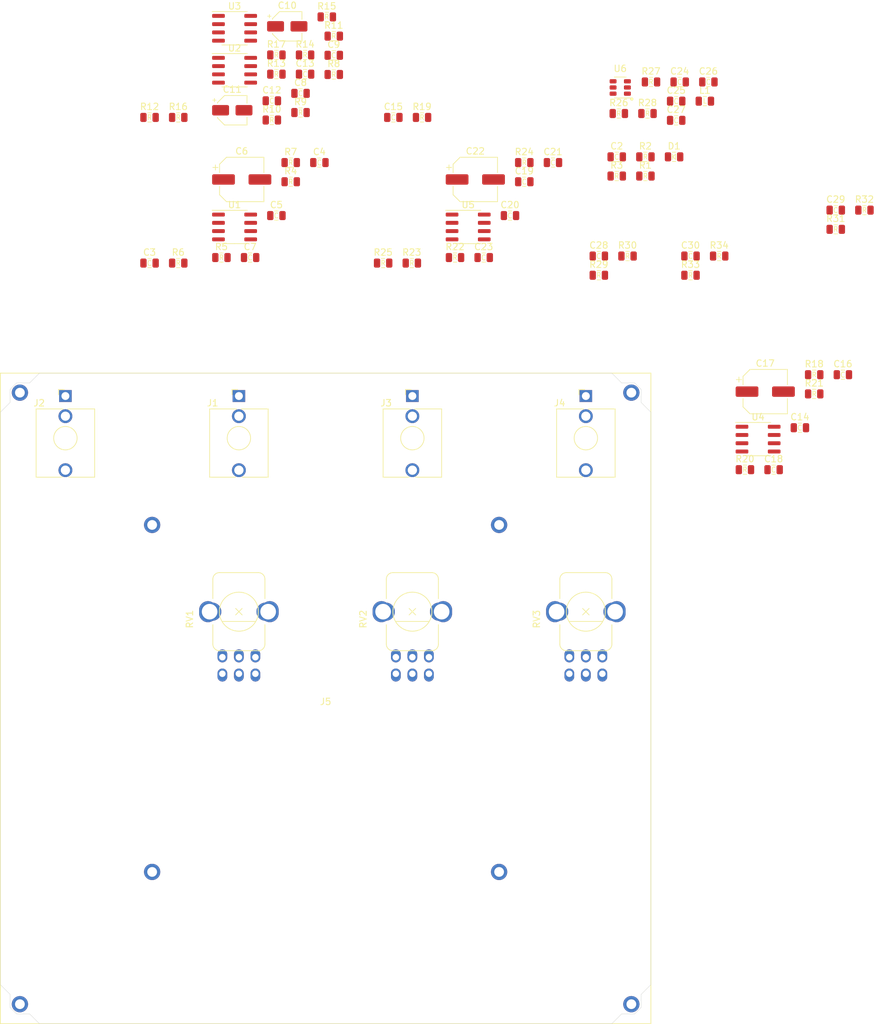
<source format=kicad_pcb>
(kicad_pcb (version 20171130) (host pcbnew "(5.1.6)-1")
  (layers (0 F.Cu signal) (31 B.Cu signal) (34 B.Paste user) (35 F.Paste user) (36 B.SilkS user) (37 F.SilkS user) (38 B.Mask user) (39 F.Mask user) (44 Edge.Cuts user))
  (net 0 "")
  (net 1 GND)
  (net 2 +12V)
  (net 3 "Net-(C3-Pad2)")
  (net 4 "Net-(C3-Pad1)")
  (net 5 "Net-(C4-Pad2)")
  (net 6 "Net-(C4-Pad1)")
  (net 7 "Net-(C8-Pad1)")
  (net 8 "Net-(C9-Pad1)")
  (net 9 "Net-(C14-Pad2)")
  (net 10 "Net-(C14-Pad1)")
  (net 11 "Net-(C15-Pad2)")
  (net 12 "Net-(C15-Pad1)")
  (net 13 "Net-(C19-Pad2)")
  (net 14 "Net-(C19-Pad1)")
  (net 15 "Net-(C20-Pad2)")
  (net 16 "Net-(C20-Pad1)")
  (net 17 /Sheet60078C3F/Vin)
  (net 18 /Sheet60078C3F/Vout)
  (net 19 "Net-(D1-Pad2)")
  (net 20 "Net-(J1-PadT)")
  (net 21 "Net-(C10-Pad2)")
  (net 22 "Net-(C11-Pad2)")
  (net 23 "Net-(J3-PadT)")
  (net 24 "Net-(J4-PadT)")
  (net 25 "Net-(D2-Pad2)")
  (net 26 +5V)
  (net 27 /Sheet5FF09E24/IN_LEFT)
  (net 28 "Net-(R4-Pad1)")
  (net 29 /Sheet5FF09E24/IN_RIGHT)
  (net 30 "Net-(R5-Pad1)")
  (net 31 "Net-(C10-Pad1)")
  (net 32 "Net-(C11-Pad1)")
  (net 33 "Net-(R14-Pad2)")
  (net 34 "Net-(R15-Pad2)")
  (net 35 "Net-(R18-Pad1)")
  (net 36 "Net-(R19-Pad1)")
  (net 37 "Net-(R22-Pad1)")
  (net 38 "Net-(R23-Pad1)")
  (net 39 "Net-(R26-Pad1)")
  (net 40 "Net-(R27-Pad2)")
  (net 41 "Net-(C6-Pad1)")
  (net 42 "Net-(C17-Pad1)")
  (net 43 "Net-(C22-Pad1)")
  (net 44 "Net-(C28-Pad1)")
  (net 45 "Net-(C29-Pad1)")
  (net 46 "Net-(C30-Pad1)")
  (net 47 "Net-(J5-Pad8)")
  (net 48 "Net-(J5-Pad7)")
  (net 49 "Net-(J5-Pad6)")
  (net 50 "Net-(J5-Pad5)")
  (net 51 "Net-(J5-Pad4)")
  (net 52 "Net-(J5-Pad3)")
  (net 53 "Net-(J5-Pad2)")
  (net 54 "Net-(J5-Pad1)")
  (net 55 "Net-(J1-PadR)")
  (net 56 "Net-(J3-PadR)")
  (net 57 "Net-(J4-PadR)")
  (module suku_basics:pot_dual_gang_vertical (layer F.Cu) (at 140.005 86.665)
    (fp_text reference RV3 (at -7.56 1.15 270) (layer F.SilkS))
    (fp_text value 20k)
    (pad 6 thru_hole oval (at 2.54 9.54) (size 1.5 2) (drill 1 (offset 0 0.2)) (layers *.Cu *.Mask) (net 16 "Net-(C20-Pad1)"))
    (pad 4 thru_hole oval (at -2.54 9.54) (size 1.5 2) (drill 1 (offset 0 0.2)) (layers *.Cu *.Mask) (net 38 "Net-(R23-Pad1)"))
    (pad 5 thru_hole oval (at 0 9.54) (size 1.5 2) (drill 1 (offset 0 0.2)) (layers *.Cu *.Mask) (net 15 "Net-(C20-Pad2)"))
    (pad 1 thru_hole oval (at -2.54 7 180) (size 1.5 2) (drill 1 (offset 0 0.2)) (layers *.Cu *.Mask) (net 37 "Net-(R22-Pad1)"))
    (pad "" thru_hole oval (at 4.5 0 180) (size 3.2 2.8) (drill 2.4 (offset 0.2 0)) (layers *.Cu *.Mask))
    (pad 2 thru_hole oval (at 0 7 180) (size 1.5 2) (drill 1 (offset 0 0.2)) (layers *.Cu *.Mask) (net 13 "Net-(C19-Pad2)"))
    (pad 3 thru_hole oval (at 2.54 7 180) (size 1.5 2) (drill 1 (offset 0 0.2)) (layers *.Cu *.Mask) (net 14 "Net-(C19-Pad1)"))
    (pad "" thru_hole oval (at -4.5 0) (size 3.2 2.8) (drill 2.4 (offset 0.2 0)) (layers *.Cu *.Mask))
    (pad "" thru_hole oval (at -4.75 0 180) (size 2.72 3.24) (drill oval 1.1 1.8) (layers *.Cu *.Mask))
    (pad "" thru_hole oval (at 4.75 0 180) (size 2.72 3.24) (drill oval 1.1 1.8) (layers *.Cu *.Mask))
  )
  (module suku_basics:pot_dual_gang_vertical (layer F.Cu) (at 113.335 86.665)
    (fp_text reference RV2 (at -7.56 1.15 270) (layer F.SilkS))
    (fp_text value 20k)
    (pad 6 thru_hole oval (at 2.54 9.54) (size 1.5 2) (drill 1 (offset 0 0.2)) (layers *.Cu *.Mask) (net 12 "Net-(C15-Pad1)"))
    (pad 4 thru_hole oval (at -2.54 9.54) (size 1.5 2) (drill 1 (offset 0 0.2)) (layers *.Cu *.Mask) (net 36 "Net-(R19-Pad1)"))
    (pad 5 thru_hole oval (at 0 9.54) (size 1.5 2) (drill 1 (offset 0 0.2)) (layers *.Cu *.Mask) (net 11 "Net-(C15-Pad2)"))
    (pad 1 thru_hole oval (at -2.54 7 180) (size 1.5 2) (drill 1 (offset 0 0.2)) (layers *.Cu *.Mask) (net 35 "Net-(R18-Pad1)"))
    (pad "" thru_hole oval (at 4.5 0 180) (size 3.2 2.8) (drill 2.4 (offset 0.2 0)) (layers *.Cu *.Mask))
    (pad 2 thru_hole oval (at 0 7 180) (size 1.5 2) (drill 1 (offset 0 0.2)) (layers *.Cu *.Mask) (net 9 "Net-(C14-Pad2)"))
    (pad 3 thru_hole oval (at 2.54 7 180) (size 1.5 2) (drill 1 (offset 0 0.2)) (layers *.Cu *.Mask) (net 10 "Net-(C14-Pad1)"))
    (pad "" thru_hole oval (at -4.5 0) (size 3.2 2.8) (drill 2.4 (offset 0.2 0)) (layers *.Cu *.Mask))
    (pad "" thru_hole oval (at -4.75 0 180) (size 2.72 3.24) (drill oval 1.1 1.8) (layers *.Cu *.Mask))
    (pad "" thru_hole oval (at 4.75 0 180) (size 2.72 3.24) (drill oval 1.1 1.8) (layers *.Cu *.Mask))
  )
  (module suku_basics:pot_dual_gang_vertical (layer F.Cu) (at 86.665 86.665)
    (fp_text reference RV1 (at -7.56 1.15 270) (layer F.SilkS))
    (fp_text value 20k)
    (pad 6 thru_hole oval (at 2.54 9.54) (size 1.5 2) (drill 1 (offset 0 0.2)) (layers *.Cu *.Mask) (net 6 "Net-(C4-Pad1)"))
    (pad 4 thru_hole oval (at -2.54 9.54) (size 1.5 2) (drill 1 (offset 0 0.2)) (layers *.Cu *.Mask) (net 30 "Net-(R5-Pad1)"))
    (pad 5 thru_hole oval (at 0 9.54) (size 1.5 2) (drill 1 (offset 0 0.2)) (layers *.Cu *.Mask) (net 5 "Net-(C4-Pad2)"))
    (pad 1 thru_hole oval (at -2.54 7 180) (size 1.5 2) (drill 1 (offset 0 0.2)) (layers *.Cu *.Mask) (net 28 "Net-(R4-Pad1)"))
    (pad "" thru_hole oval (at 4.5 0 180) (size 3.2 2.8) (drill 2.4 (offset 0.2 0)) (layers *.Cu *.Mask))
    (pad 2 thru_hole oval (at 0 7 180) (size 1.5 2) (drill 1 (offset 0 0.2)) (layers *.Cu *.Mask) (net 3 "Net-(C3-Pad2)"))
    (pad 3 thru_hole oval (at 2.54 7 180) (size 1.5 2) (drill 1 (offset 0 0.2)) (layers *.Cu *.Mask) (net 4 "Net-(C3-Pad1)"))
    (pad "" thru_hole oval (at -4.5 0) (size 3.2 2.8) (drill 2.4 (offset 0.2 0)) (layers *.Cu *.Mask))
    (pad "" thru_hole oval (at -4.75 0 180) (size 2.72 3.24) (drill oval 1.1 1.8) (layers *.Cu *.Mask))
    (pad "" thru_hole oval (at 4.75 0 180) (size 2.72 3.24) (drill oval 1.1 1.8) (layers *.Cu *.Mask))
  )
  (module suku_basics:jack_3.5_vertical_stereo (layer F.Cu) (at 140.005 59.995)
    (fp_text reference J4 (at -4.03 -5.4 180) (layer F.SilkS))
    (fp_text value AudioJack3)
    (pad T thru_hole circle (at 0 4.92 180) (size 2.13 2.13) (drill 1.43) (layers *.Cu *.Mask) (net 24 "Net-(J4-PadT)"))
    (pad S thru_hole rect (at 0 -6.48 180) (size 1.93 1.83) (drill 1.22) (layers *.Cu *.Mask) (net 43 "Net-(C22-Pad1)"))
    (pad R thru_hole circle (at 0 -3.38 180) (size 2.13 2.13) (drill 1.42) (layers *.Cu *.Mask) (net 57 "Net-(J4-PadR)"))
  )
  (module suku_basics:jack_3.5_vertical_stereo (layer F.Cu) (at 113.335 59.995)
    (fp_text reference J3 (at -4.03 -5.4 180) (layer F.SilkS))
    (fp_text value AudioJack3)
    (pad T thru_hole circle (at 0 4.92 180) (size 2.13 2.13) (drill 1.43) (layers *.Cu *.Mask) (net 23 "Net-(J3-PadT)"))
    (pad S thru_hole rect (at 0 -6.48 180) (size 1.93 1.83) (drill 1.22) (layers *.Cu *.Mask) (net 42 "Net-(C17-Pad1)"))
    (pad R thru_hole circle (at 0 -3.38 180) (size 2.13 2.13) (drill 1.42) (layers *.Cu *.Mask) (net 56 "Net-(J3-PadR)"))
  )
  (module suku_basics:jack_3.5_vertical_stereo (layer F.Cu) (at 59.995 59.995)
    (fp_text reference J2 (at -4.03 -5.4 180) (layer F.SilkS))
    (fp_text value AudioJack3)
    (pad T thru_hole circle (at 0 4.92 180) (size 2.13 2.13) (drill 1.43) (layers *.Cu *.Mask) (net 21 "Net-(C10-Pad2)"))
    (pad S thru_hole rect (at 0 -6.48 180) (size 1.93 1.83) (drill 1.22) (layers *.Cu *.Mask) (net 1 GND))
    (pad R thru_hole circle (at 0 -3.38 180) (size 2.13 2.13) (drill 1.42) (layers *.Cu *.Mask) (net 22 "Net-(C11-Pad2)"))
  )
  (module suku_basics:jack_3.5_vertical_stereo (layer F.Cu) (at 86.665 59.995)
    (fp_text reference J1 (at -4.03 -5.4 180) (layer F.SilkS))
    (fp_text value AudioJack3)
    (pad T thru_hole circle (at 0 4.92 180) (size 2.13 2.13) (drill 1.43) (layers *.Cu *.Mask) (net 20 "Net-(J1-PadT)"))
    (pad S thru_hole rect (at 0 -6.48 180) (size 1.93 1.83) (drill 1.22) (layers *.Cu *.Mask) (net 41 "Net-(C6-Pad1)"))
    (pad R thru_hole circle (at 0 -3.38 180) (size 2.13 2.13) (drill 1.42) (layers *.Cu *.Mask) (net 55 "Net-(J1-PadR)"))
  )
  (module suku_basics:RES_0805 (layer F.Cu) (at 160.5 32)
    (fp_text reference R34 (at 0 -1.65) (layer F.SilkS))
    (fp_text value 100k)
    (pad 2 smd roundrect (at 0.9375 0) (size 0.975 1.4) (layers F.Cu F.Paste F.Mask) (net 46 "Net-(C30-Pad1)"))
    (pad 1 smd roundrect (at -0.9375 0) (size 0.975 1.4) (layers F.Cu F.Paste F.Mask) (net 1 GND))
  )
  (module suku_basics:RES_0805 (layer F.Cu) (at 156.09 34.95)
    (fp_text reference R33 (at 0 -1.65) (layer F.SilkS))
    (fp_text value 100k)
    (pad 2 smd roundrect (at 0.9375 0) (size 0.975 1.4) (layers F.Cu F.Paste F.Mask) (net 2 +12V))
    (pad 1 smd roundrect (at -0.9375 0) (size 0.975 1.4) (layers F.Cu F.Paste F.Mask) (net 46 "Net-(C30-Pad1)"))
  )
  (module suku_basics:RES_0805 (layer F.Cu) (at 182.83 24.94)
    (fp_text reference R32 (at 0 -1.65) (layer F.SilkS))
    (fp_text value 100k)
    (pad 2 smd roundrect (at 0.9375 0) (size 0.975 1.4) (layers F.Cu F.Paste F.Mask) (net 45 "Net-(C29-Pad1)"))
    (pad 1 smd roundrect (at -0.9375 0) (size 0.975 1.4) (layers F.Cu F.Paste F.Mask) (net 1 GND))
  )
  (module suku_basics:RES_0805 (layer F.Cu) (at 178.42 27.89)
    (fp_text reference R31 (at 0 -1.65) (layer F.SilkS))
    (fp_text value 100k)
    (pad 2 smd roundrect (at 0.9375 0) (size 0.975 1.4) (layers F.Cu F.Paste F.Mask) (net 2 +12V))
    (pad 1 smd roundrect (at -0.9375 0) (size 0.975 1.4) (layers F.Cu F.Paste F.Mask) (net 45 "Net-(C29-Pad1)"))
  )
  (module suku_basics:RES_0805 (layer F.Cu) (at 146.41 32)
    (fp_text reference R30 (at 0 -1.65) (layer F.SilkS))
    (fp_text value 100k)
    (pad 2 smd roundrect (at 0.9375 0) (size 0.975 1.4) (layers F.Cu F.Paste F.Mask) (net 44 "Net-(C28-Pad1)"))
    (pad 1 smd roundrect (at -0.9375 0) (size 0.975 1.4) (layers F.Cu F.Paste F.Mask) (net 1 GND))
  )
  (module suku_basics:RES_0805 (layer F.Cu) (at 142 34.95)
    (fp_text reference R29 (at 0 -1.65) (layer F.SilkS))
    (fp_text value 100k)
    (pad 2 smd roundrect (at 0.9375 0) (size 0.975 1.4) (layers F.Cu F.Paste F.Mask) (net 2 +12V))
    (pad 1 smd roundrect (at -0.9375 0) (size 0.975 1.4) (layers F.Cu F.Paste F.Mask) (net 44 "Net-(C28-Pad1)"))
  )
  (module suku_basics:grid_outline (layer F.Cu) (at 100 100)
    (fp_text reference J5 (at 0 0.5) (layer F.SilkS))
    (fp_text value Conn_01x08)
    (pad 8 thru_hole circle (at -26.67 26.67) (size 2.5 2.5) (drill 1.5) (layers *.Cu *.Mask) (net 47 "Net-(J5-Pad8)"))
    (pad 7 thru_hole circle (at 26.67 26.67) (size 2.5 2.5) (drill 1.5) (layers *.Cu *.Mask) (net 48 "Net-(J5-Pad7)"))
    (pad 6 thru_hole circle (at 26.67 -26.67) (size 2.5 2.5) (drill 1.5) (layers *.Cu *.Mask) (net 49 "Net-(J5-Pad6)"))
    (pad 5 thru_hole circle (at -26.67 -26.67) (size 2.5 2.5) (drill 1.5) (layers *.Cu *.Mask) (net 50 "Net-(J5-Pad5)"))
    (pad 4 thru_hole circle (at -47 47) (size 2.5 2.5) (drill 1.5) (layers *.Cu *.Mask) (net 51 "Net-(J5-Pad4)"))
    (pad 3 thru_hole circle (at 47 47) (size 2.5 2.5) (drill 1.5) (layers *.Cu *.Mask) (net 52 "Net-(J5-Pad3)"))
    (pad 2 thru_hole circle (at 47 -47) (size 2.5 2.5) (drill 1.5) (layers *.Cu *.Mask) (net 53 "Net-(J5-Pad2)"))
    (pad 1 thru_hole circle (at -47 -47) (size 2.5 2.5) (drill 1.5) (layers *.Cu *.Mask) (net 54 "Net-(J5-Pad1)"))
  )
  (module suku_basics:CAP_0805 (layer F.Cu) (at 156.09 32)
    (fp_text reference C30 (at 0 -1.65) (layer F.SilkS))
    (fp_text value 10u)
    (pad 2 smd roundrect (at 0.9375 0) (size 0.975 1.4) (layers F.Cu F.Paste F.Mask) (net 1 GND))
    (pad 1 smd roundrect (at -0.9375 0) (size 0.975 1.4) (layers F.Cu F.Paste F.Mask) (net 46 "Net-(C30-Pad1)"))
  )
  (module suku_basics:CAP_0805 (layer F.Cu) (at 178.42 24.94)
    (fp_text reference C29 (at 0 -1.65) (layer F.SilkS))
    (fp_text value 10u)
    (pad 2 smd roundrect (at 0.9375 0) (size 0.975 1.4) (layers F.Cu F.Paste F.Mask) (net 1 GND))
    (pad 1 smd roundrect (at -0.9375 0) (size 0.975 1.4) (layers F.Cu F.Paste F.Mask) (net 45 "Net-(C29-Pad1)"))
  )
  (module suku_basics:CAP_0805 (layer F.Cu) (at 142 32)
    (fp_text reference C28 (at 0 -1.65) (layer F.SilkS))
    (fp_text value 10u)
    (pad 2 smd roundrect (at 0.9375 0) (size 0.975 1.4) (layers F.Cu F.Paste F.Mask) (net 1 GND))
    (pad 1 smd roundrect (at -0.9375 0) (size 0.975 1.4) (layers F.Cu F.Paste F.Mask) (net 44 "Net-(C28-Pad1)"))
  )
  (module suku_basics:SOT-23-6 (layer F.Cu) (at 145.29 6.09)
    (fp_text reference U6 (at 0 -2.9) (layer F.SilkS))
    (fp_text value FP6291)
    (pad 5 smd roundrect (at -1.1 0 180) (size 1.06 0.65) (layers F.Cu F.Paste F.Mask) (net 17 /Sheet60078C3F/Vin))
    (pad 6 smd roundrect (at -1.1 0.95 180) (size 1.06 0.65) (layers F.Cu F.Paste F.Mask) (net 39 "Net-(R26-Pad1)"))
    (pad 4 smd roundrect (at -1.1 -0.95 180) (size 1.06 0.65) (layers F.Cu F.Paste F.Mask) (net 17 /Sheet60078C3F/Vin))
    (pad 3 smd roundrect (at 1.1 -0.95 180) (size 1.06 0.65) (layers F.Cu F.Paste F.Mask) (net 40 "Net-(R27-Pad2)"))
    (pad 2 smd roundrect (at 1.1 0 180) (size 1.06 0.65) (layers F.Cu F.Paste F.Mask) (net 1 GND))
    (pad 1 smd roundrect (at 1.1 0.95 180) (size 1.06 0.65) (layers F.Cu F.Paste F.Mask) (net 25 "Net-(D2-Pad2)"))
  )
  (module Package_SO:SOIC-8_3.9x4.9mm_P1.27mm (layer F.Cu) (at 121.91 27.53)
    (fp_text reference U5 (at 0 -3.4) (layer F.SilkS))
    (fp_text value NJM4556A)
    (pad 8 smd roundrect (at 2.475 -1.905) (size 1.95 0.6) (layers F.Cu F.Paste F.Mask))
    (pad 7 smd roundrect (at 2.475 -0.635) (size 1.95 0.6) (layers F.Cu F.Paste F.Mask))
    (pad 6 smd roundrect (at 2.475 0.635) (size 1.95 0.6) (layers F.Cu F.Paste F.Mask))
    (pad 5 smd roundrect (at 2.475 1.905) (size 1.95 0.6) (layers F.Cu F.Paste F.Mask))
    (pad 4 smd roundrect (at -2.475 1.905) (size 1.95 0.6) (layers F.Cu F.Paste F.Mask))
    (pad 3 smd roundrect (at -2.475 0.635) (size 1.95 0.6) (layers F.Cu F.Paste F.Mask) (net 46 "Net-(C30-Pad1)"))
    (pad 2 smd roundrect (at -2.475 -0.635) (size 1.95 0.6) (layers F.Cu F.Paste F.Mask) (net 13 "Net-(C19-Pad2)"))
    (pad 1 smd roundrect (at -2.475 -1.905) (size 1.95 0.6) (layers F.Cu F.Paste F.Mask) (net 14 "Net-(C19-Pad1)"))
  )
  (module Package_SO:SOIC-8_3.9x4.9mm_P1.27mm (layer F.Cu) (at 166.48 60.14)
    (fp_text reference U4 (at 0 -3.4) (layer F.SilkS))
    (fp_text value NJM4556A)
    (pad 8 smd roundrect (at 2.475 -1.905) (size 1.95 0.6) (layers F.Cu F.Paste F.Mask) (net 2 +12V))
    (pad 7 smd roundrect (at 2.475 -0.635) (size 1.95 0.6) (layers F.Cu F.Paste F.Mask))
    (pad 6 smd roundrect (at 2.475 0.635) (size 1.95 0.6) (layers F.Cu F.Paste F.Mask))
    (pad 5 smd roundrect (at 2.475 1.905) (size 1.95 0.6) (layers F.Cu F.Paste F.Mask))
    (pad 4 smd roundrect (at -2.475 1.905) (size 1.95 0.6) (layers F.Cu F.Paste F.Mask) (net 1 GND))
    (pad 3 smd roundrect (at -2.475 0.635) (size 1.95 0.6) (layers F.Cu F.Paste F.Mask) (net 45 "Net-(C29-Pad1)"))
    (pad 2 smd roundrect (at -2.475 -0.635) (size 1.95 0.6) (layers F.Cu F.Paste F.Mask) (net 9 "Net-(C14-Pad2)"))
    (pad 1 smd roundrect (at -2.475 -1.905) (size 1.95 0.6) (layers F.Cu F.Paste F.Mask) (net 10 "Net-(C14-Pad1)"))
  )
  (module Package_SO:SOIC-8_3.9x4.9mm_P1.27mm (layer F.Cu) (at 86 -3.01)
    (fp_text reference U3 (at 0 -3.4) (layer F.SilkS))
    (fp_text value NJM4556A)
    (pad 8 smd roundrect (at 2.475 -1.905) (size 1.95 0.6) (layers F.Cu F.Paste F.Mask) (net 2 +12V))
    (pad 7 smd roundrect (at 2.475 -0.635) (size 1.95 0.6) (layers F.Cu F.Paste F.Mask) (net 16 "Net-(C20-Pad1)"))
    (pad 6 smd roundrect (at 2.475 0.635) (size 1.95 0.6) (layers F.Cu F.Paste F.Mask) (net 15 "Net-(C20-Pad2)"))
    (pad 5 smd roundrect (at 2.475 1.905) (size 1.95 0.6) (layers F.Cu F.Paste F.Mask) (net 46 "Net-(C30-Pad1)"))
    (pad 4 smd roundrect (at -2.475 1.905) (size 1.95 0.6) (layers F.Cu F.Paste F.Mask) (net 1 GND))
    (pad 3 smd roundrect (at -2.475 0.635) (size 1.95 0.6) (layers F.Cu F.Paste F.Mask) (net 32 "Net-(C11-Pad1)"))
    (pad 2 smd roundrect (at -2.475 -0.635) (size 1.95 0.6) (layers F.Cu F.Paste F.Mask) (net 34 "Net-(R15-Pad2)"))
    (pad 1 smd roundrect (at -2.475 -1.905) (size 1.95 0.6) (layers F.Cu F.Paste F.Mask) (net 29 /Sheet5FF09E24/IN_RIGHT))
  )
  (module Package_SO:SOIC-8_3.9x4.9mm_P1.27mm (layer F.Cu) (at 86 3.44)
    (fp_text reference U2 (at 0 -3.4) (layer F.SilkS))
    (fp_text value NJM4556A)
    (pad 8 smd roundrect (at 2.475 -1.905) (size 1.95 0.6) (layers F.Cu F.Paste F.Mask) (net 2 +12V))
    (pad 7 smd roundrect (at 2.475 -0.635) (size 1.95 0.6) (layers F.Cu F.Paste F.Mask) (net 12 "Net-(C15-Pad1)"))
    (pad 6 smd roundrect (at 2.475 0.635) (size 1.95 0.6) (layers F.Cu F.Paste F.Mask) (net 11 "Net-(C15-Pad2)"))
    (pad 5 smd roundrect (at 2.475 1.905) (size 1.95 0.6) (layers F.Cu F.Paste F.Mask) (net 45 "Net-(C29-Pad1)"))
    (pad 4 smd roundrect (at -2.475 1.905) (size 1.95 0.6) (layers F.Cu F.Paste F.Mask) (net 1 GND))
    (pad 3 smd roundrect (at -2.475 0.635) (size 1.95 0.6) (layers F.Cu F.Paste F.Mask) (net 31 "Net-(C10-Pad1)"))
    (pad 2 smd roundrect (at -2.475 -0.635) (size 1.95 0.6) (layers F.Cu F.Paste F.Mask) (net 33 "Net-(R14-Pad2)"))
    (pad 1 smd roundrect (at -2.475 -1.905) (size 1.95 0.6) (layers F.Cu F.Paste F.Mask) (net 27 /Sheet5FF09E24/IN_LEFT))
  )
  (module Package_SO:SOIC-8_3.9x4.9mm_P1.27mm (layer F.Cu) (at 86 27.53)
    (fp_text reference U1 (at 0 -3.4) (layer F.SilkS))
    (fp_text value NJM4556A)
    (pad 8 smd roundrect (at 2.475 -1.905) (size 1.95 0.6) (layers F.Cu F.Paste F.Mask) (net 2 +12V))
    (pad 7 smd roundrect (at 2.475 -0.635) (size 1.95 0.6) (layers F.Cu F.Paste F.Mask) (net 6 "Net-(C4-Pad1)"))
    (pad 6 smd roundrect (at 2.475 0.635) (size 1.95 0.6) (layers F.Cu F.Paste F.Mask) (net 5 "Net-(C4-Pad2)"))
    (pad 5 smd roundrect (at 2.475 1.905) (size 1.95 0.6) (layers F.Cu F.Paste F.Mask) (net 44 "Net-(C28-Pad1)"))
    (pad 4 smd roundrect (at -2.475 1.905) (size 1.95 0.6) (layers F.Cu F.Paste F.Mask) (net 1 GND))
    (pad 3 smd roundrect (at -2.475 0.635) (size 1.95 0.6) (layers F.Cu F.Paste F.Mask) (net 44 "Net-(C28-Pad1)"))
    (pad 2 smd roundrect (at -2.475 -0.635) (size 1.95 0.6) (layers F.Cu F.Paste F.Mask) (net 3 "Net-(C3-Pad2)"))
    (pad 1 smd roundrect (at -2.475 -1.905) (size 1.95 0.6) (layers F.Cu F.Paste F.Mask) (net 4 "Net-(C3-Pad1)"))
  )
  (module suku_basics:RES_0805 (layer F.Cu) (at 149.48 10.09)
    (fp_text reference R28 (at 0 -1.65) (layer F.SilkS))
    (fp_text value 5.1k)
    (pad 2 smd roundrect (at 0.9375 0) (size 0.975 1.4) (layers F.Cu F.Paste F.Mask) (net 40 "Net-(R27-Pad2)"))
    (pad 1 smd roundrect (at -0.9375 0) (size 0.975 1.4) (layers F.Cu F.Paste F.Mask) (net 1 GND))
  )
  (module suku_basics:RES_0805 (layer F.Cu) (at 150.02 5.24)
    (fp_text reference R27 (at 0 -1.65) (layer F.SilkS))
    (fp_text value 100k)
    (pad 2 smd roundrect (at 0.9375 0) (size 0.975 1.4) (layers F.Cu F.Paste F.Mask) (net 40 "Net-(R27-Pad2)"))
    (pad 1 smd roundrect (at -0.9375 0) (size 0.975 1.4) (layers F.Cu F.Paste F.Mask) (net 18 /Sheet60078C3F/Vout))
  )
  (module suku_basics:RES_0805 (layer F.Cu) (at 145.07 10.09)
    (fp_text reference R26 (at 0 -1.65) (layer F.SilkS))
    (fp_text value 10k)
    (pad 2 smd roundrect (at 0.9375 0) (size 0.975 1.4) (layers F.Cu F.Paste F.Mask) (net 1 GND))
    (pad 1 smd roundrect (at -0.9375 0) (size 0.975 1.4) (layers F.Cu F.Paste F.Mask) (net 39 "Net-(R26-Pad1)"))
  )
  (module suku_basics:RES_0805 (layer F.Cu) (at 108.84 33.08)
    (fp_text reference R25 (at 0 -1.65) (layer F.SilkS))
    (fp_text value 47R)
    (pad 2 smd roundrect (at 0.9375 0) (size 0.975 1.4) (layers F.Cu F.Paste F.Mask) (net 16 "Net-(C20-Pad1)"))
    (pad 1 smd roundrect (at -0.9375 0) (size 0.975 1.4) (layers F.Cu F.Paste F.Mask) (net 57 "Net-(J4-PadR)"))
  )
  (module suku_basics:RES_0805 (layer F.Cu) (at 130.54 17.63)
    (fp_text reference R24 (at 0 -1.65) (layer F.SilkS))
    (fp_text value 47R)
    (pad 2 smd roundrect (at 0.9375 0) (size 0.975 1.4) (layers F.Cu F.Paste F.Mask) (net 14 "Net-(C19-Pad1)"))
    (pad 1 smd roundrect (at -0.9375 0) (size 0.975 1.4) (layers F.Cu F.Paste F.Mask) (net 24 "Net-(J4-PadT)"))
  )
  (module suku_basics:RES_0805 (layer F.Cu) (at 113.25 33.08)
    (fp_text reference R23 (at 0 -1.65) (layer F.SilkS))
    (fp_text value 10k)
    (pad 2 smd roundrect (at 0.9375 0) (size 0.975 1.4) (layers F.Cu F.Paste F.Mask) (net 29 /Sheet5FF09E24/IN_RIGHT))
    (pad 1 smd roundrect (at -0.9375 0) (size 0.975 1.4) (layers F.Cu F.Paste F.Mask) (net 38 "Net-(R23-Pad1)"))
  )
  (module suku_basics:RES_0805 (layer F.Cu) (at 119.89 32.23)
    (fp_text reference R22 (at 0 -1.65) (layer F.SilkS))
    (fp_text value 10k)
    (pad 2 smd roundrect (at 0.9375 0) (size 0.975 1.4) (layers F.Cu F.Paste F.Mask) (net 27 /Sheet5FF09E24/IN_LEFT))
    (pad 1 smd roundrect (at -0.9375 0) (size 0.975 1.4) (layers F.Cu F.Paste F.Mask) (net 37 "Net-(R22-Pad1)"))
  )
  (module suku_basics:RES_0805 (layer F.Cu) (at 175.11 53.19)
    (fp_text reference R21 (at 0 -1.65) (layer F.SilkS))
    (fp_text value 47R)
    (pad 2 smd roundrect (at 0.9375 0) (size 0.975 1.4) (layers F.Cu F.Paste F.Mask) (net 12 "Net-(C15-Pad1)"))
    (pad 1 smd roundrect (at -0.9375 0) (size 0.975 1.4) (layers F.Cu F.Paste F.Mask) (net 56 "Net-(J3-PadR)"))
  )
  (module suku_basics:RES_0805 (layer F.Cu) (at 164.46 64.84)
    (fp_text reference R20 (at 0 -1.65) (layer F.SilkS))
    (fp_text value 47R)
    (pad 2 smd roundrect (at 0.9375 0) (size 0.975 1.4) (layers F.Cu F.Paste F.Mask) (net 10 "Net-(C14-Pad1)"))
    (pad 1 smd roundrect (at -0.9375 0) (size 0.975 1.4) (layers F.Cu F.Paste F.Mask) (net 23 "Net-(J3-PadT)"))
  )
  (module suku_basics:RES_0805 (layer F.Cu) (at 114.82 10.69)
    (fp_text reference R19 (at 0 -1.65) (layer F.SilkS))
    (fp_text value 10k)
    (pad 2 smd roundrect (at 0.9375 0) (size 0.975 1.4) (layers F.Cu F.Paste F.Mask) (net 29 /Sheet5FF09E24/IN_RIGHT))
    (pad 1 smd roundrect (at -0.9375 0) (size 0.975 1.4) (layers F.Cu F.Paste F.Mask) (net 36 "Net-(R19-Pad1)"))
  )
  (module suku_basics:RES_0805 (layer F.Cu) (at 175.11 50.24)
    (fp_text reference R18 (at 0 -1.65) (layer F.SilkS))
    (fp_text value 10k)
    (pad 2 smd roundrect (at 0.9375 0) (size 0.975 1.4) (layers F.Cu F.Paste F.Mask) (net 27 /Sheet5FF09E24/IN_LEFT))
    (pad 1 smd roundrect (at -0.9375 0) (size 0.975 1.4) (layers F.Cu F.Paste F.Mask) (net 35 "Net-(R18-Pad1)"))
  )
  (module suku_basics:RES_0805 (layer F.Cu) (at 92.43 1.09)
    (fp_text reference R17 (at 0 -1.65) (layer F.SilkS))
    (fp_text value 0R)
    (pad 2 smd roundrect (at 0.9375 0) (size 0.975 1.4) (layers F.Cu F.Paste F.Mask) (net 34 "Net-(R15-Pad2)"))
    (pad 1 smd roundrect (at -0.9375 0) (size 0.975 1.4) (layers F.Cu F.Paste F.Mask) (net 29 /Sheet5FF09E24/IN_RIGHT))
  )
  (module suku_basics:RES_0805 (layer F.Cu) (at 77.34 10.69)
    (fp_text reference R16 (at 0 -1.65) (layer F.SilkS))
    (fp_text value 0R)
    (pad 2 smd roundrect (at 0.9375 0) (size 0.975 1.4) (layers F.Cu F.Paste F.Mask) (net 33 "Net-(R14-Pad2)"))
    (pad 1 smd roundrect (at -0.9375 0) (size 0.975 1.4) (layers F.Cu F.Paste F.Mask) (net 27 /Sheet5FF09E24/IN_LEFT))
  )
  (module suku_basics:RES_0805 (layer F.Cu) (at 100.18 -4.76)
    (fp_text reference R15 (at 0 -1.65) (layer F.SilkS))
    (fp_text value 100k)
    (pad 2 smd roundrect (at 0.9375 0) (size 0.975 1.4) (layers F.Cu F.Paste F.Mask) (net 34 "Net-(R15-Pad2)"))
    (pad 1 smd roundrect (at -0.9375 0) (size 0.975 1.4) (layers F.Cu F.Paste F.Mask) (net 8 "Net-(C9-Pad1)"))
  )
  (module suku_basics:RES_0805 (layer F.Cu) (at 96.84 1.09)
    (fp_text reference R14 (at 0 -1.65) (layer F.SilkS))
    (fp_text value 100k)
    (pad 2 smd roundrect (at 0.9375 0) (size 0.975 1.4) (layers F.Cu F.Paste F.Mask) (net 33 "Net-(R14-Pad2)"))
    (pad 1 smd roundrect (at -0.9375 0) (size 0.975 1.4) (layers F.Cu F.Paste F.Mask) (net 7 "Net-(C8-Pad1)"))
  )
  (module suku_basics:RES_0805 (layer F.Cu) (at 92.43 4.04)
    (fp_text reference R13 (at 0 -1.65) (layer F.SilkS))
    (fp_text value 100k)
    (pad 2 smd roundrect (at 0.9375 0) (size 0.975 1.4) (layers F.Cu F.Paste F.Mask) (net 8 "Net-(C9-Pad1)"))
    (pad 1 smd roundrect (at -0.9375 0) (size 0.975 1.4) (layers F.Cu F.Paste F.Mask) (net 32 "Net-(C11-Pad1)"))
  )
  (module suku_basics:RES_0805 (layer F.Cu) (at 72.93 10.69)
    (fp_text reference R12 (at 0 -1.65) (layer F.SilkS))
    (fp_text value 100k)
    (pad 2 smd roundrect (at 0.9375 0) (size 0.975 1.4) (layers F.Cu F.Paste F.Mask) (net 7 "Net-(C8-Pad1)"))
    (pad 1 smd roundrect (at -0.9375 0) (size 0.975 1.4) (layers F.Cu F.Paste F.Mask) (net 31 "Net-(C10-Pad1)"))
  )
  (module suku_basics:RES_0805 (layer F.Cu) (at 101.25 -1.81)
    (fp_text reference R11 (at 0 -1.65) (layer F.SilkS))
    (fp_text value 100k)
    (pad 2 smd roundrect (at 0.9375 0) (size 0.975 1.4) (layers F.Cu F.Paste F.Mask) (net 8 "Net-(C9-Pad1)"))
    (pad 1 smd roundrect (at -0.9375 0) (size 0.975 1.4) (layers F.Cu F.Paste F.Mask) (net 1 GND))
  )
  (module suku_basics:RES_0805 (layer F.Cu) (at 91.73 11.09)
    (fp_text reference R10 (at 0 -1.65) (layer F.SilkS))
    (fp_text value 100k)
    (pad 2 smd roundrect (at 0.9375 0) (size 0.975 1.4) (layers F.Cu F.Paste F.Mask) (net 2 +12V))
    (pad 1 smd roundrect (at -0.9375 0) (size 0.975 1.4) (layers F.Cu F.Paste F.Mask) (net 8 "Net-(C9-Pad1)"))
  )
  (module suku_basics:RES_0805 (layer F.Cu) (at 96.14 9.94)
    (fp_text reference R9 (at 0 -1.65) (layer F.SilkS))
    (fp_text value 100k)
    (pad 2 smd roundrect (at 0.9375 0) (size 0.975 1.4) (layers F.Cu F.Paste F.Mask) (net 7 "Net-(C8-Pad1)"))
    (pad 1 smd roundrect (at -0.9375 0) (size 0.975 1.4) (layers F.Cu F.Paste F.Mask) (net 1 GND))
  )
  (module suku_basics:RES_0805 (layer F.Cu) (at 101.25 4.09)
    (fp_text reference R8 (at 0 -1.65) (layer F.SilkS))
    (fp_text value 100k)
    (pad 2 smd roundrect (at 0.9375 0) (size 0.975 1.4) (layers F.Cu F.Paste F.Mask) (net 2 +12V))
    (pad 1 smd roundrect (at -0.9375 0) (size 0.975 1.4) (layers F.Cu F.Paste F.Mask) (net 7 "Net-(C8-Pad1)"))
  )
  (module suku_basics:RES_0805 (layer F.Cu) (at 94.63 17.63)
    (fp_text reference R7 (at 0 -1.65) (layer F.SilkS))
    (fp_text value 47R)
    (pad 2 smd roundrect (at 0.9375 0) (size 0.975 1.4) (layers F.Cu F.Paste F.Mask) (net 6 "Net-(C4-Pad1)"))
    (pad 1 smd roundrect (at -0.9375 0) (size 0.975 1.4) (layers F.Cu F.Paste F.Mask) (net 55 "Net-(J1-PadR)"))
  )
  (module suku_basics:RES_0805 (layer F.Cu) (at 77.34 33.08)
    (fp_text reference R6 (at 0 -1.65) (layer F.SilkS))
    (fp_text value 47R)
    (pad 2 smd roundrect (at 0.9375 0) (size 0.975 1.4) (layers F.Cu F.Paste F.Mask) (net 4 "Net-(C3-Pad1)"))
    (pad 1 smd roundrect (at -0.9375 0) (size 0.975 1.4) (layers F.Cu F.Paste F.Mask) (net 20 "Net-(J1-PadT)"))
  )
  (module suku_basics:RES_0805 (layer F.Cu) (at 83.98 32.23)
    (fp_text reference R5 (at 0 -1.65) (layer F.SilkS))
    (fp_text value 10k)
    (pad 2 smd roundrect (at 0.9375 0) (size 0.975 1.4) (layers F.Cu F.Paste F.Mask) (net 29 /Sheet5FF09E24/IN_RIGHT))
    (pad 1 smd roundrect (at -0.9375 0) (size 0.975 1.4) (layers F.Cu F.Paste F.Mask) (net 30 "Net-(R5-Pad1)"))
  )
  (module suku_basics:RES_0805 (layer F.Cu) (at 94.63 20.58)
    (fp_text reference R4 (at 0 -1.65) (layer F.SilkS))
    (fp_text value 10k)
    (pad 2 smd roundrect (at 0.9375 0) (size 0.975 1.4) (layers F.Cu F.Paste F.Mask) (net 27 /Sheet5FF09E24/IN_LEFT))
    (pad 1 smd roundrect (at -0.9375 0) (size 0.975 1.4) (layers F.Cu F.Paste F.Mask) (net 28 "Net-(R4-Pad1)"))
  )
  (module suku_basics:RES_0805 (layer F.Cu) (at 144.75 19.7)
    (fp_text reference R3 (at 0 -1.65) (layer F.SilkS))
    (fp_text value 22k)
    (pad 2 smd roundrect (at 0.9375 0) (size 0.975 1.4) (layers F.Cu F.Paste F.Mask) (net 19 "Net-(D1-Pad2)"))
    (pad 1 smd roundrect (at -0.9375 0) (size 0.975 1.4) (layers F.Cu F.Paste F.Mask) (net 2 +12V))
  )
  (module suku_basics:RES_0805 (layer F.Cu) (at 149.16 16.75)
    (fp_text reference R2 (at 0 -1.65) (layer F.SilkS))
    (fp_text value 0R)
    (pad 2 smd roundrect (at 0.9375 0) (size 0.975 1.4) (layers F.Cu F.Paste F.Mask) (net 18 /Sheet60078C3F/Vout))
    (pad 1 smd roundrect (at -0.9375 0) (size 0.975 1.4) (layers F.Cu F.Paste F.Mask) (net 2 +12V))
  )
  (module suku_basics:RES_0805 (layer F.Cu) (at 149.16 19.7)
    (fp_text reference R1 (at 0 -1.65) (layer F.SilkS))
    (fp_text value 0R)
    (pad 2 smd roundrect (at 0.9375 0) (size 0.975 1.4) (layers F.Cu F.Paste F.Mask) (net 26 +5V))
    (pad 1 smd roundrect (at -0.9375 0) (size 0.975 1.4) (layers F.Cu F.Paste F.Mask) (net 17 /Sheet60078C3F/Vin))
  )
  (module suku_basics:IND_0805 (layer F.Cu) (at 158.3 8.19)
    (fp_text reference L1 (at 0 -1.65) (layer F.SilkS))
    (fp_text value 3.3uH)
    (pad 2 smd roundrect (at 0.9375 0) (size 0.975 1.4) (layers F.Cu F.Paste F.Mask) (net 17 /Sheet60078C3F/Vin))
    (pad 1 smd roundrect (at -0.9375 0) (size 0.975 1.4) (layers F.Cu F.Paste F.Mask) (net 25 "Net-(D2-Pad2)"))
  )
  (module suku_basics:LED_0805 (layer F.Cu) (at 153.57 16.75)
    (fp_text reference D1 (at 0 -1.65) (layer F.SilkS))
    (fp_text value LED)
    (pad 2 smd roundrect (at 0.9375 0) (size 0.975 1.4) (layers F.Cu F.Paste F.Mask) (net 19 "Net-(D1-Pad2)"))
    (pad 1 smd roundrect (at -0.9375 0) (size 0.975 1.4) (layers F.Cu F.Paste F.Mask) (net 1 GND))
  )
  (module suku_basics:CAP_0805 (layer F.Cu) (at 153.89 11.14)
    (fp_text reference C27 (at 0 -1.65) (layer F.SilkS))
    (fp_text value 20u)
    (pad 2 smd roundrect (at 0.9375 0) (size 0.975 1.4) (layers F.Cu F.Paste F.Mask) (net 1 GND))
    (pad 1 smd roundrect (at -0.9375 0) (size 0.975 1.4) (layers F.Cu F.Paste F.Mask) (net 18 /Sheet60078C3F/Vout))
  )
  (module suku_basics:CAP_0805 (layer F.Cu) (at 158.84 5.24)
    (fp_text reference C26 (at 0 -1.65) (layer F.SilkS))
    (fp_text value 100n)
    (pad 2 smd roundrect (at 0.9375 0) (size 0.975 1.4) (layers F.Cu F.Paste F.Mask) (net 1 GND))
    (pad 1 smd roundrect (at -0.9375 0) (size 0.975 1.4) (layers F.Cu F.Paste F.Mask) (net 18 /Sheet60078C3F/Vout))
  )
  (module suku_basics:CAP_0805 (layer F.Cu) (at 153.89 8.19)
    (fp_text reference C25 (at 0 -1.65) (layer F.SilkS))
    (fp_text value 100n)
    (pad 2 smd roundrect (at 0.9375 0) (size 0.975 1.4) (layers F.Cu F.Paste F.Mask) (net 1 GND))
    (pad 1 smd roundrect (at -0.9375 0) (size 0.975 1.4) (layers F.Cu F.Paste F.Mask) (net 17 /Sheet60078C3F/Vin))
  )
  (module suku_basics:CAP_0805 (layer F.Cu) (at 154.43 5.24)
    (fp_text reference C24 (at 0 -1.65) (layer F.SilkS))
    (fp_text value 20u)
    (pad 2 smd roundrect (at 0.9375 0) (size 0.975 1.4) (layers F.Cu F.Paste F.Mask) (net 1 GND))
    (pad 1 smd roundrect (at -0.9375 0) (size 0.975 1.4) (layers F.Cu F.Paste F.Mask) (net 17 /Sheet60078C3F/Vin))
  )
  (module suku_basics:CAP_0805 (layer F.Cu) (at 124.3 32.23)
    (fp_text reference C23 (at 0 -1.65) (layer F.SilkS))
    (fp_text value 1u)
    (pad 2 smd roundrect (at 0.9375 0) (size 0.975 1.4) (layers F.Cu F.Paste F.Mask) (net 1 GND))
    (pad 1 smd roundrect (at -0.9375 0) (size 0.975 1.4) (layers F.Cu F.Paste F.Mask) (net 2 +12V))
  )
  (module Capacitor_SMD:CP_Elec_6.3x5.4 (layer F.Cu) (at 123.01 20.23)
    (fp_text reference C22 (at 0 -4.35) (layer F.SilkS))
    (fp_text value 220u)
    (pad 2 smd roundrect (at 2.8 0) (size 3.5 1.6) (layers F.Cu F.Paste F.Mask) (roundrect_rratio 0.15625) (net 1 GND))
    (pad 1 smd roundrect (at -2.8 0) (size 3.5 1.6) (layers F.Cu F.Paste F.Mask) (roundrect_rratio 0.15625) (net 43 "Net-(C22-Pad1)"))
  )
  (module suku_basics:CAP_0805 (layer F.Cu) (at 134.95 17.63)
    (fp_text reference C21 (at 0 -1.65) (layer F.SilkS))
    (fp_text value 100n)
    (pad 2 smd roundrect (at 0.9375 0) (size 0.975 1.4) (layers F.Cu F.Paste F.Mask) (net 1 GND))
    (pad 1 smd roundrect (at -0.9375 0) (size 0.975 1.4) (layers F.Cu F.Paste F.Mask) (net 2 +12V))
  )
  (module suku_basics:CAP_0805 (layer F.Cu) (at 128.34 25.78)
    (fp_text reference C20 (at 0 -1.65) (layer F.SilkS))
    (fp_text value 20p)
    (pad 2 smd roundrect (at 0.9375 0) (size 0.975 1.4) (layers F.Cu F.Paste F.Mask) (net 15 "Net-(C20-Pad2)"))
    (pad 1 smd roundrect (at -0.9375 0) (size 0.975 1.4) (layers F.Cu F.Paste F.Mask) (net 16 "Net-(C20-Pad1)"))
  )
  (module suku_basics:CAP_0805 (layer F.Cu) (at 130.54 20.58)
    (fp_text reference C19 (at 0 -1.65) (layer F.SilkS))
    (fp_text value 20p)
    (pad 2 smd roundrect (at 0.9375 0) (size 0.975 1.4) (layers F.Cu F.Paste F.Mask) (net 13 "Net-(C19-Pad2)"))
    (pad 1 smd roundrect (at -0.9375 0) (size 0.975 1.4) (layers F.Cu F.Paste F.Mask) (net 14 "Net-(C19-Pad1)"))
  )
  (module suku_basics:CAP_0805 (layer F.Cu) (at 168.87 64.84)
    (fp_text reference C18 (at 0 -1.65) (layer F.SilkS))
    (fp_text value 1u)
    (pad 2 smd roundrect (at 0.9375 0) (size 0.975 1.4) (layers F.Cu F.Paste F.Mask) (net 1 GND))
    (pad 1 smd roundrect (at -0.9375 0) (size 0.975 1.4) (layers F.Cu F.Paste F.Mask) (net 2 +12V))
  )
  (module Capacitor_SMD:CP_Elec_6.3x5.4 (layer F.Cu) (at 167.58 52.84)
    (fp_text reference C17 (at 0 -4.35) (layer F.SilkS))
    (fp_text value 220u)
    (pad 2 smd roundrect (at 2.8 0) (size 3.5 1.6) (layers F.Cu F.Paste F.Mask) (roundrect_rratio 0.15625) (net 1 GND))
    (pad 1 smd roundrect (at -2.8 0) (size 3.5 1.6) (layers F.Cu F.Paste F.Mask) (roundrect_rratio 0.15625) (net 42 "Net-(C17-Pad1)"))
  )
  (module suku_basics:CAP_0805 (layer F.Cu) (at 179.52 50.24)
    (fp_text reference C16 (at 0 -1.65) (layer F.SilkS))
    (fp_text value 100n)
    (pad 2 smd roundrect (at 0.9375 0) (size 0.975 1.4) (layers F.Cu F.Paste F.Mask) (net 1 GND))
    (pad 1 smd roundrect (at -0.9375 0) (size 0.975 1.4) (layers F.Cu F.Paste F.Mask) (net 2 +12V))
  )
  (module suku_basics:CAP_0805 (layer F.Cu) (at 110.41 10.69)
    (fp_text reference C15 (at 0 -1.65) (layer F.SilkS))
    (fp_text value 20p)
    (pad 2 smd roundrect (at 0.9375 0) (size 0.975 1.4) (layers F.Cu F.Paste F.Mask) (net 11 "Net-(C15-Pad2)"))
    (pad 1 smd roundrect (at -0.9375 0) (size 0.975 1.4) (layers F.Cu F.Paste F.Mask) (net 12 "Net-(C15-Pad1)"))
  )
  (module suku_basics:CAP_0805 (layer F.Cu) (at 172.91 58.39)
    (fp_text reference C14 (at 0 -1.65) (layer F.SilkS))
    (fp_text value 20p)
    (pad 2 smd roundrect (at 0.9375 0) (size 0.975 1.4) (layers F.Cu F.Paste F.Mask) (net 9 "Net-(C14-Pad2)"))
    (pad 1 smd roundrect (at -0.9375 0) (size 0.975 1.4) (layers F.Cu F.Paste F.Mask) (net 10 "Net-(C14-Pad1)"))
  )
  (module suku_basics:CAP_0805 (layer F.Cu) (at 96.84 4.04)
    (fp_text reference C13 (at 0 -1.65) (layer F.SilkS))
    (fp_text value 1u)
    (pad 2 smd roundrect (at 0.9375 0) (size 0.975 1.4) (layers F.Cu F.Paste F.Mask) (net 1 GND))
    (pad 1 smd roundrect (at -0.9375 0) (size 0.975 1.4) (layers F.Cu F.Paste F.Mask) (net 2 +12V))
  )
  (module suku_basics:CAP_0805 (layer F.Cu) (at 91.73 8.14)
    (fp_text reference C12 (at 0 -1.65) (layer F.SilkS))
    (fp_text value 100n)
    (pad 2 smd roundrect (at 0.9375 0) (size 0.975 1.4) (layers F.Cu F.Paste F.Mask) (net 1 GND))
    (pad 1 smd roundrect (at -0.9375 0) (size 0.975 1.4) (layers F.Cu F.Paste F.Mask) (net 2 +12V))
  )
  (module Capacitor_SMD:CP_Elec_4x5.4 (layer F.Cu) (at 85.65 9.59)
    (fp_text reference C11 (at 0 -3.2) (layer F.SilkS))
    (fp_text value 1u)
    (pad 2 smd roundrect (at 1.8 0) (size 2.6 1.6) (layers F.Cu F.Paste F.Mask) (roundrect_rratio 0.15625) (net 22 "Net-(C11-Pad2)"))
    (pad 1 smd roundrect (at -1.8 0) (size 2.6 1.6) (layers F.Cu F.Paste F.Mask) (roundrect_rratio 0.15625) (net 32 "Net-(C11-Pad1)"))
  )
  (module Capacitor_SMD:CP_Elec_4x5.4 (layer F.Cu) (at 94.1 -3.31)
    (fp_text reference C10 (at 0 -3.2) (layer F.SilkS))
    (fp_text value 1u)
    (pad 2 smd roundrect (at 1.8 0) (size 2.6 1.6) (layers F.Cu F.Paste F.Mask) (roundrect_rratio 0.15625) (net 21 "Net-(C10-Pad2)"))
    (pad 1 smd roundrect (at -1.8 0) (size 2.6 1.6) (layers F.Cu F.Paste F.Mask) (roundrect_rratio 0.15625) (net 31 "Net-(C10-Pad1)"))
  )
  (module suku_basics:CAP_0805 (layer F.Cu) (at 101.25 1.14)
    (fp_text reference C9 (at 0 -1.65) (layer F.SilkS))
    (fp_text value 10u)
    (pad 2 smd roundrect (at 0.9375 0) (size 0.975 1.4) (layers F.Cu F.Paste F.Mask) (net 1 GND))
    (pad 1 smd roundrect (at -0.9375 0) (size 0.975 1.4) (layers F.Cu F.Paste F.Mask) (net 8 "Net-(C9-Pad1)"))
  )
  (module suku_basics:CAP_0805 (layer F.Cu) (at 96.14 6.99)
    (fp_text reference C8 (at 0 -1.65) (layer F.SilkS))
    (fp_text value 10u)
    (pad 2 smd roundrect (at 0.9375 0) (size 0.975 1.4) (layers F.Cu F.Paste F.Mask) (net 1 GND))
    (pad 1 smd roundrect (at -0.9375 0) (size 0.975 1.4) (layers F.Cu F.Paste F.Mask) (net 7 "Net-(C8-Pad1)"))
  )
  (module suku_basics:CAP_0805 (layer F.Cu) (at 88.39 32.23)
    (fp_text reference C7 (at 0 -1.65) (layer F.SilkS))
    (fp_text value 1u)
    (pad 2 smd roundrect (at 0.9375 0) (size 0.975 1.4) (layers F.Cu F.Paste F.Mask) (net 1 GND))
    (pad 1 smd roundrect (at -0.9375 0) (size 0.975 1.4) (layers F.Cu F.Paste F.Mask) (net 2 +12V))
  )
  (module Capacitor_SMD:CP_Elec_6.3x5.4 (layer F.Cu) (at 87.1 20.23)
    (fp_text reference C6 (at 0 -4.35) (layer F.SilkS))
    (fp_text value 220u)
    (pad 2 smd roundrect (at 2.8 0) (size 3.5 1.6) (layers F.Cu F.Paste F.Mask) (roundrect_rratio 0.15625) (net 1 GND))
    (pad 1 smd roundrect (at -2.8 0) (size 3.5 1.6) (layers F.Cu F.Paste F.Mask) (roundrect_rratio 0.15625) (net 41 "Net-(C6-Pad1)"))
  )
  (module suku_basics:CAP_0805 (layer F.Cu) (at 92.43 25.78)
    (fp_text reference C5 (at 0 -1.65) (layer F.SilkS))
    (fp_text value 100n)
    (pad 2 smd roundrect (at 0.9375 0) (size 0.975 1.4) (layers F.Cu F.Paste F.Mask) (net 1 GND))
    (pad 1 smd roundrect (at -0.9375 0) (size 0.975 1.4) (layers F.Cu F.Paste F.Mask) (net 2 +12V))
  )
  (module suku_basics:CAP_0805 (layer F.Cu) (at 99.04 17.63)
    (fp_text reference C4 (at 0 -1.65) (layer F.SilkS))
    (fp_text value 20p)
    (pad 2 smd roundrect (at 0.9375 0) (size 0.975 1.4) (layers F.Cu F.Paste F.Mask) (net 5 "Net-(C4-Pad2)"))
    (pad 1 smd roundrect (at -0.9375 0) (size 0.975 1.4) (layers F.Cu F.Paste F.Mask) (net 6 "Net-(C4-Pad1)"))
  )
  (module suku_basics:CAP_0805 (layer F.Cu) (at 72.93 33.08)
    (fp_text reference C3 (at 0 -1.65) (layer F.SilkS))
    (fp_text value 20p)
    (pad 2 smd roundrect (at 0.9375 0) (size 0.975 1.4) (layers F.Cu F.Paste F.Mask) (net 3 "Net-(C3-Pad2)"))
    (pad 1 smd roundrect (at -0.9375 0) (size 0.975 1.4) (layers F.Cu F.Paste F.Mask) (net 4 "Net-(C3-Pad1)"))
  )
  (module suku_basics:CAP_0805 (layer F.Cu) (at 144.75 16.75)
    (fp_text reference C2 (at 0 -1.65) (layer F.SilkS))
    (fp_text value 10u)
    (pad 2 smd roundrect (at 0.9375 0) (size 0.975 1.4) (layers F.Cu F.Paste F.Mask) (net 1 GND))
    (pad 1 smd roundrect (at -0.9375 0) (size 0.975 1.4) (layers F.Cu F.Paste F.Mask) (net 2 +12V))
  )
  (gr_line (start 50 144) (end 50 56) (layer Edge.Cuts) (width 0.05))
  (gr_line (start 51.5 145.5) (end 50 144) (layer Edge.Cuts) (width 0.05))
  (gr_line (start 51.5 147.5) (end 51.5 145.5) (layer Edge.Cuts) (width 0.05))
  (gr_line (start 52.5 148.5) (end 51.5 147.5) (layer Edge.Cuts) (width 0.05))
  (gr_line (start 54.5 148.5) (end 52.5 148.5) (layer Edge.Cuts) (width 0.05))
  (gr_line (start 56 150) (end 54.5 148.5) (layer Edge.Cuts) (width 0.05))
  (gr_line (start 144 150) (end 56 150) (layer Edge.Cuts) (width 0.05))
  (gr_line (start 145.5 148.5) (end 144 150) (layer Edge.Cuts) (width 0.05))
  (gr_line (start 147.5 148.5) (end 145.5 148.5) (layer Edge.Cuts) (width 0.05))
  (gr_line (start 148.5 147.5) (end 147.5 148.5) (layer Edge.Cuts) (width 0.05))
  (gr_line (start 148.5 145.5) (end 148.5 147.5) (layer Edge.Cuts) (width 0.05))
  (gr_line (start 150 144) (end 148.5 145.5) (layer Edge.Cuts) (width 0.05))
  (gr_line (start 150 56) (end 150 144) (layer Edge.Cuts) (width 0.05))
  (gr_line (start 148.5 54.5) (end 150 56) (layer Edge.Cuts) (width 0.05))
  (gr_line (start 148.5 52.5) (end 148.5 54.5) (layer Edge.Cuts) (width 0.05))
  (gr_line (start 147.5 51.5) (end 148.5 52.5) (layer Edge.Cuts) (width 0.05))
  (gr_line (start 145.5 51.5) (end 147.5 51.5) (layer Edge.Cuts) (width 0.05))
  (gr_line (start 144 50) (end 145.5 51.5) (layer Edge.Cuts) (width 0.05))
  (gr_line (start 56 50) (end 144 50) (layer Edge.Cuts) (width 0.05))
  (gr_line (start 54.5 51.5) (end 56 50) (layer Edge.Cuts) (width 0.05))
  (gr_line (start 52.5 51.5) (end 54.5 51.5) (layer Edge.Cuts) (width 0.05))
  (gr_line (start 51.5 52.5) (end 52.5 51.5) (layer Edge.Cuts) (width 0.05))
  (gr_line (start 51.5 54.5) (end 51.5 52.5) (layer Edge.Cuts) (width 0.05))
  (gr_line (start 50 56) (end 51.5 54.5) (layer Edge.Cuts) (width 0.05))
)
</source>
